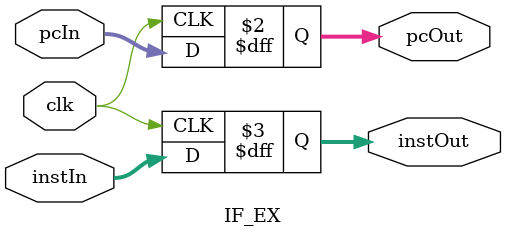
<source format=v>

module IF_EX (
    input clk,
    input [7:0]  pcIn,
    input [31:0] instIn,
    output reg [7:0] pcOut,
    output reg [31:0] instOut
);
    always @(posedge clk) begin
        pcOut <=pcIn; 
        instOut <= instIn;
    end
endmodule
</source>
